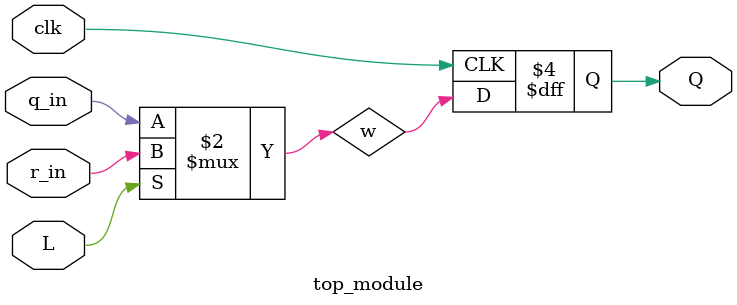
<source format=v>
module top_module (
	input clk,
	input L,
	input r_in,
	input q_in,
	output reg Q);
    wire w;
    always @(*)
        begin
            w=L?r_in:q_in;
        end
    always@(posedge clk)
        begin
            Q<=w;
        end

endmodule


</source>
